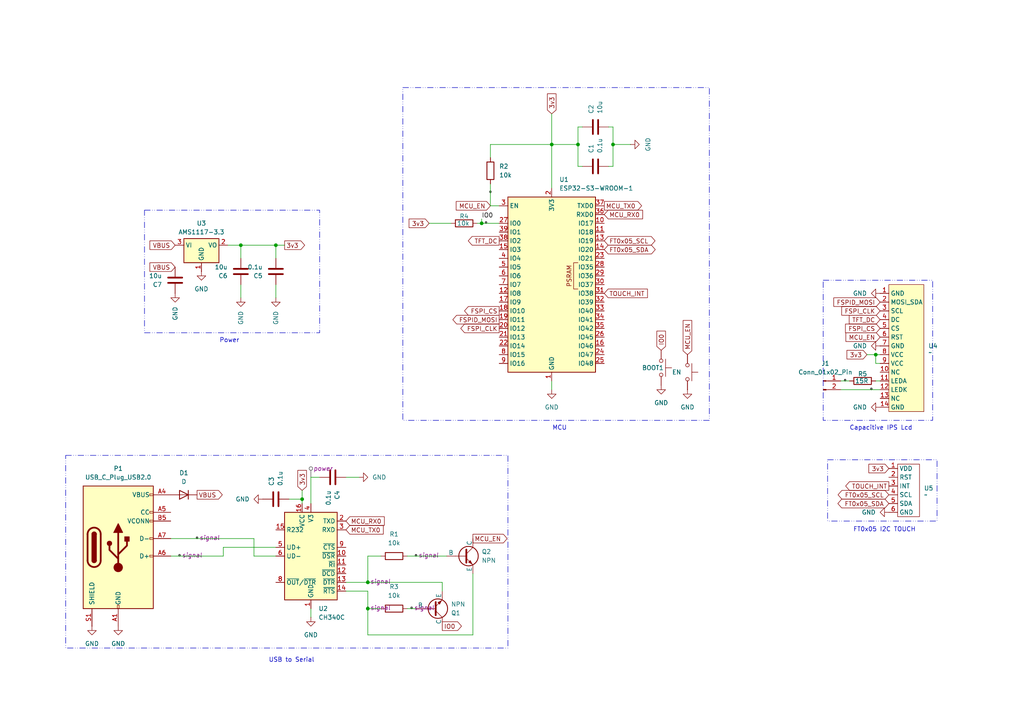
<source format=kicad_sch>
(kicad_sch (version 20231120) (generator "eeschema") (generator_version "8.0")
  (paper "A4")
  (title_block (title "esp32-ips-display") (date "2024-04-27") (rev "v0.1") (comment 9 "Author: Jubaid"))
  (lib_symbols
    (symbol "Connector:Conn_01x02_Pin" (pin_names (offset 1.016) hide)
      (property "Reference" "J" (at 0 2.54 0))
      (property "Value" "Conn_01x02_Pin" (at 0 -5.08 0))
      (symbol "Conn_01x02_Pin_1_1"
        (polyline (pts (xy 1.27 -2.54) (xy 0.8636 -2.54)) (stroke (width 0.1524)))
        (polyline (pts (xy 1.27 0) (xy 0.8636 0)) (stroke (width 0.1524)))
        (rectangle (start 0.8636 -2.413) (end 0 -2.667) (stroke (width 0.1524)) (fill (type outline)))
        (rectangle (start 0.8636 0.127) (end 0 -0.127) (stroke (width 0.1524)) (fill (type outline)))
        (pin passive line (at 5.08 0 180) (length 3.81) (name "Pin_1") (number "1"))
        (pin passive line (at 5.08 -2.54 180) (length 3.81) (name "Pin_2") (number "2"))
      )
    )
    (symbol "Connector:USB_C_Plug_USB2.0" (pin_names (offset 1.016))
      (property "Reference" "P" (at -10.16 19.05 0))
      (property "Value" "USB_C_Plug_USB2.0" (at 12.7 19.05 0))
      (symbol "USB_C_Plug_USB2.0_0_0"
        (rectangle (start -0.254 -17.78) (end 0.254 -16.764))
        (rectangle (start 10.16 -2.286) (end 9.144 -2.794))
        (rectangle (start 10.16 2.794) (end 9.144 2.286))
        (rectangle (start 10.16 7.874) (end 9.144 7.366))
        (rectangle (start 10.16 10.414) (end 9.144 9.906))
        (rectangle (start 10.16 15.494) (end 9.144 14.986))
      )
      (symbol "USB_C_Plug_USB2.0_0_1"
        (rectangle (start -10.16 17.78) (end 10.16 -17.78) (stroke (width 0.254)) (fill (type background)))
        (arc (start -8.89 -3.81) (mid -6.985 -5.7067) (end -5.08 -3.81) (stroke (width 0.508)))
        (arc (start -7.62 -3.81) (mid -6.985 -4.4423) (end -6.35 -3.81) (stroke (width 0.254)))
        (arc (start -7.62 -3.81) (mid -6.985 -4.4423) (end -6.35 -3.81) (stroke (width 0.254)) (fill (type outline)))
        (rectangle (start -7.62 -3.81) (end -6.35 3.81) (stroke (width 0.254)) (fill (type outline)))
        (arc (start -6.35 3.81) (mid -6.985 4.4423) (end -7.62 3.81) (stroke (width 0.254)))
        (arc (start -6.35 3.81) (mid -6.985 4.4423) (end -7.62 3.81) (stroke (width 0.254)) (fill (type outline)))
        (arc (start -5.08 3.81) (mid -6.985 5.7067) (end -8.89 3.81) (stroke (width 0.508)))
        (circle (center -2.54 1.143) (radius 0.635) (stroke (width 0.254)) (fill (type outline)))
        (circle (center 0 -5.842) (radius 1.27) (fill (type outline)))
        (polyline (pts (xy -8.89 -3.81) (xy -8.89 3.81)) (stroke (width 0.508)))
        (polyline (pts (xy -5.08 3.81) (xy -5.08 -3.81)) (stroke (width 0.508)))
        (polyline (pts (xy 0 -5.842) (xy 0 4.318)) (stroke (width 0.508)))
        (polyline (pts (xy 0 -3.302) (xy -2.54 -0.762) (xy -2.54 0.508)) (stroke (width 0.508)))
        (polyline (pts (xy 0 -2.032) (xy 2.54 0.508) (xy 2.54 1.778)) (stroke (width 0.508)))
        (polyline (pts (xy -1.27 4.318) (xy 0 6.858) (xy 1.27 4.318) (xy -1.27 4.318)) (stroke (width 0.254)) (fill (type outline)))
        (rectangle (start 1.905 1.778) (end 3.175 3.048) (stroke (width 0.254)) (fill (type outline)))
      )
      (symbol "USB_C_Plug_USB2.0_1_1"
        (pin passive line (at 0 -22.86 90) (length 5.08) (name "GND") (number "A1"))
        (pin passive line (at 0 -22.86 90) (length 5.08) hide (name "GND") (number "A12"))
        (pin passive line (at 15.24 15.24 180) (length 5.08) (name "VBUS") (number "A4"))
        (pin bidirectional line (at 15.24 10.16 180) (length 5.08) (name "CC") (number "A5"))
        (pin bidirectional line (at 15.24 -2.54 180) (length 5.08) (name "D+") (number "A6"))
        (pin bidirectional line (at 15.24 2.54 180) (length 5.08) (name "D-") (number "A7"))
        (pin passive line (at 15.24 15.24 180) (length 5.08) hide (name "VBUS") (number "A9"))
        (pin passive line (at 0 -22.86 90) (length 5.08) hide (name "GND") (number "B1"))
        (pin passive line (at 0 -22.86 90) (length 5.08) hide (name "GND") (number "B12"))
        (pin passive line (at 15.24 15.24 180) (length 5.08) hide (name "VBUS") (number "B4"))
        (pin bidirectional line (at 15.24 7.62 180) (length 5.08) (name "VCONN") (number "B5"))
        (pin passive line (at 15.24 15.24 180) (length 5.08) hide (name "VBUS") (number "B9"))
        (pin passive line (at -7.62 -22.86 90) (length 5.08) (name "SHIELD") (number "S1"))
      )
    )
    (symbol "Device:C" (pin_numbers hide) (pin_names (offset 0.254))
      (property "Reference" "C" (at 0.635 2.54 0))
      (property "Value" "C" (at 0.635 -2.54 0))
      (symbol "C_0_1"
        (polyline (pts (xy -2.032 -0.762) (xy 2.032 -0.762)) (stroke (width 0.508)))
        (polyline (pts (xy -2.032 0.762) (xy 2.032 0.762)) (stroke (width 0.508)))
      )
      (symbol "C_1_1"
        (pin passive line (at 0 3.81 270) (length 2.794) (name "~") (number "1"))
        (pin passive line (at 0 -3.81 90) (length 2.794) (name "~") (number "2"))
      )
    )
    (symbol "Device:D" (pin_numbers hide) (pin_names (offset 1.016) hide)
      (property "Reference" "D" (at 0 2.54 0))
      (property "Value" "D" (at 0 -2.54 0))
      (symbol "D_0_1"
        (polyline (pts (xy -1.27 1.27) (xy -1.27 -1.27)) (stroke (width 0.254)))
        (polyline (pts (xy 1.27 0) (xy -1.27 0)))
        (polyline (pts (xy 1.27 1.27) (xy 1.27 -1.27) (xy -1.27 0) (xy 1.27 1.27)) (stroke (width 0.254)))
      )
      (symbol "D_1_1"
        (pin passive line (at -3.81 0 0) (length 2.54) (name "K") (number "1"))
        (pin passive line (at 3.81 0 180) (length 2.54) (name "A") (number "2"))
      )
    )
    (symbol "Device:R" (pin_numbers hide) (pin_names (offset 0))
      (property "Reference" "R" (at 2.032 0 90))
      (property "Value" "R" (at 0 0 90))
      (symbol "R_0_1"
        (rectangle (start -1.016 -2.54) (end 1.016 2.54) (stroke (width 0.254)))
      )
      (symbol "R_1_1"
        (pin passive line (at 0 3.81 270) (length 1.27) (name "~") (number "1"))
        (pin passive line (at 0 -3.81 90) (length 1.27) (name "~") (number "2"))
      )
    )
    (symbol "Interface_USB:CH340C"
      (property "Reference" "U" (at -5.08 13.97 0))
      (property "Value" "CH340C" (at 1.27 13.97 0))
      (symbol "CH340C_0_1"
        (rectangle (start -7.62 12.7) (end 7.62 -12.7) (stroke (width 0.254)) (fill (type background)))
      )
      (symbol "CH340C_1_1"
        (pin power_in line (at 0 -15.24 90) (length 2.54) (name "GND") (number "1"))
        (pin input line (at 10.16 0 180) (length 2.54) (name "~{DSR}") (number "10"))
        (pin input line (at 10.16 -2.54 180) (length 2.54) (name "~{RI}") (number "11"))
        (pin input line (at 10.16 -5.08 180) (length 2.54) (name "~{DCD}") (number "12"))
        (pin output line (at 10.16 -7.62 180) (length 2.54) (name "~{DTR}") (number "13"))
        (pin output line (at 10.16 -10.16 180) (length 2.54) (name "~{RTS}") (number "14"))
        (pin input line (at -10.16 7.62 0) (length 2.54) (name "R232") (number "15"))
        (pin power_in line (at -2.54 15.24 270) (length 2.54) (name "VCC") (number "16"))
        (pin output line (at 10.16 10.16 180) (length 2.54) (name "TXD") (number "2"))
        (pin input line (at 10.16 7.62 180) (length 2.54) (name "RXD") (number "3"))
        (pin power_out line (at 0 15.24 270) (length 2.54) (name "V3") (number "4"))
        (pin bidirectional line (at -10.16 2.54 0) (length 2.54) (name "UD+") (number "5"))
        (pin bidirectional line (at -10.16 0 0) (length 2.54) (name "UD-") (number "6"))
        (pin no_connect line (at -7.62 -5.08 0) (length 2.54) hide (name "NC") (number "7"))
        (pin output line (at -10.16 -7.62 0) (length 2.54) (name "~{OUT}/~{DTR}") (number "8"))
        (pin input line (at 10.16 2.54 180) (length 2.54) (name "~{CTS}") (number "9"))
      )
    )
    (symbol "RF_Module:ESP32-S3-WROOM-1"
      (property "Reference" "U" (at -12.7 26.67 0))
      (property "Value" "ESP32-S3-WROOM-1" (at 12.7 26.67 0))
      (symbol "ESP32-S3-WROOM-1_0_0"
        (rectangle (start -12.7 25.4) (end 12.7 -25.4) (stroke (width 0.254)) (fill (type background)))
        (text "PSRAM" (at 5.08 2.54 900) (effects (font (size 1.27 1.27))))
      )
      (symbol "ESP32-S3-WROOM-1_0_1"
        (polyline (pts (xy 7.62 -1.27) (xy 6.35 -1.27) (xy 6.35 6.35) (xy 7.62 6.35)))
      )
      (symbol "ESP32-S3-WROOM-1_1_1"
        (pin power_in line (at 0 -27.94 90) (length 2.54) (name "GND") (number "1"))
        (pin bidirectional line (at 15.24 17.78 180) (length 2.54) (name "IO17") (number "10"))
        (pin bidirectional line (at 15.24 15.24 180) (length 2.54) (name "IO18") (number "11"))
        (pin bidirectional line (at -15.24 -2.54 0) (length 2.54) (name "IO8") (number "12"))
        (pin bidirectional line (at 15.24 12.7 180) (length 2.54) (name "IO19") (number "13"))
        (pin bidirectional line (at 15.24 10.16 180) (length 2.54) (name "IO20") (number "14"))
        (pin bidirectional line (at -15.24 10.16 0) (length 2.54) (name "IO3") (number "15"))
        (pin bidirectional line (at 15.24 -17.78 180) (length 2.54) (name "IO46") (number "16"))
        (pin bidirectional line (at -15.24 -5.08 0) (length 2.54) (name "IO9") (number "17"))
        (pin bidirectional line (at -15.24 -7.62 0) (length 2.54) (name "IO10") (number "18"))
        (pin bidirectional line (at -15.24 -10.16 0) (length 2.54) (name "IO11") (number "19"))
        (pin power_in line (at 0 27.94 270) (length 2.54) (name "3V3") (number "2"))
        (pin bidirectional line (at -15.24 -12.7 0) (length 2.54) (name "IO12") (number "20"))
        (pin bidirectional line (at -15.24 -15.24 0) (length 2.54) (name "IO13") (number "21"))
        (pin bidirectional line (at -15.24 -17.78 0) (length 2.54) (name "IO14") (number "22"))
        (pin bidirectional line (at 15.24 7.62 180) (length 2.54) (name "IO21") (number "23"))
        (pin bidirectional line (at 15.24 -20.32 180) (length 2.54) (name "IO47") (number "24"))
        (pin bidirectional line (at 15.24 -22.86 180) (length 2.54) (name "IO48") (number "25"))
        (pin bidirectional line (at 15.24 -15.24 180) (length 2.54) (name "IO45") (number "26"))
        (pin bidirectional line (at -15.24 17.78 0) (length 2.54) (name "IO0") (number "27"))
        (pin bidirectional line (at 15.24 5.08 180) (length 2.54) (name "IO35") (number "28"))
        (pin bidirectional line (at 15.24 2.54 180) (length 2.54) (name "IO36") (number "29"))
        (pin input line (at -15.24 22.86 0) (length 2.54) (name "EN") (number "3"))
        (pin bidirectional line (at 15.24 0 180) (length 2.54) (name "IO37") (number "30"))
        (pin bidirectional line (at 15.24 -2.54 180) (length 2.54) (name "IO38") (number "31"))
        (pin bidirectional line (at 15.24 -5.08 180) (length 2.54) (name "IO39") (number "32"))
        (pin bidirectional line (at 15.24 -7.62 180) (length 2.54) (name "IO40") (number "33"))
        (pin bidirectional line (at 15.24 -10.16 180) (length 2.54) (name "IO41") (number "34"))
        (pin bidirectional line (at 15.24 -12.7 180) (length 2.54) (name "IO42") (number "35"))
        (pin bidirectional line (at 15.24 20.32 180) (length 2.54) (name "RXD0") (number "36"))
        (pin bidirectional line (at 15.24 22.86 180) (length 2.54) (name "TXD0") (number "37"))
        (pin bidirectional line (at -15.24 12.7 0) (length 2.54) (name "IO2") (number "38"))
        (pin bidirectional line (at -15.24 15.24 0) (length 2.54) (name "IO1") (number "39"))
        (pin bidirectional line (at -15.24 7.62 0) (length 2.54) (name "IO4") (number "4"))
        (pin passive line (at 0 -27.94 90) (length 2.54) hide (name "GND") (number "40"))
        (pin passive line (at 0 -27.94 90) (length 2.54) hide (name "GND") (number "41"))
        (pin bidirectional line (at -15.24 5.08 0) (length 2.54) (name "IO5") (number "5"))
        (pin bidirectional line (at -15.24 2.54 0) (length 2.54) (name "IO6") (number "6"))
        (pin bidirectional line (at -15.24 0 0) (length 2.54) (name "IO7") (number "7"))
        (pin bidirectional line (at -15.24 -20.32 0) (length 2.54) (name "IO15") (number "8"))
        (pin bidirectional line (at -15.24 -22.86 0) (length 2.54) (name "IO16") (number "9"))
      )
    )
    (symbol "Regulator_Linear:AMS1117-3.3"
      (property "Reference" "U" (at -3.81 3.175 0))
      (property "Value" "AMS1117-3.3" (at 0 3.175 0))
      (symbol "AMS1117-3.3_0_1"
        (rectangle (start -5.08 -5.08) (end 5.08 1.905) (stroke (width 0.254)) (fill (type background)))
      )
      (symbol "AMS1117-3.3_1_1"
        (pin power_in line (at 0 -7.62 90) (length 2.54) (name "GND") (number "1"))
        (pin power_out line (at 7.62 0 180) (length 2.54) (name "VO") (number "2"))
        (pin power_in line (at -7.62 0 0) (length 2.54) (name "VI") (number "3"))
      )
    )
    (symbol "Simulation_SPICE:NPN" (pin_numbers hide) (pin_names (offset 0))
      (property "Reference" "Q" (at -2.54 7.62 0))
      (property "Value" "NPN" (at -2.54 5.08 0))
      (symbol "NPN_0_1"
        (polyline (pts (xy -2.54 0) (xy 0.635 0)) (stroke (width 0.1524)))
        (polyline (pts (xy 0.635 0.635) (xy 2.54 2.54)))
        (polyline (pts (xy 2.794 -1.27) (xy 2.794 -1.27)) (stroke (width 0.1524)))
        (polyline (pts (xy 2.794 -1.27) (xy 2.794 -1.27)) (stroke (width 0.1524)))
        (polyline (pts (xy 0.635 -0.635) (xy 2.54 -2.54) (xy 2.54 -2.54)))
        (polyline (pts (xy 0.635 1.905) (xy 0.635 -1.905) (xy 0.635 -1.905)) (stroke (width 0.508)))
        (polyline (pts (xy 1.27 -1.778) (xy 1.778 -1.27) (xy 2.286 -2.286) (xy 1.27 -1.778) (xy 1.27 -1.778)) (fill (type outline)))
        (circle (center 1.27 0) (radius 2.8194) (stroke (width 0.254)))
      )
      (symbol "NPN_1_1"
        (pin open_collector line (at 2.54 5.08 270) (length 2.54) (name "C") (number "1"))
        (pin input line (at -5.08 0 0) (length 2.54) (name "B") (number "2"))
        (pin open_emitter line (at 2.54 -5.08 90) (length 2.54) (name "E") (number "3"))
      )
    )
    (symbol "Switch:SW_Push" (pin_numbers hide) (pin_names (offset 1.016) hide)
      (property "Reference" "SW" (at 1.27 2.54 0))
      (property "Value" "SW_Push" (at 0 -1.524 0))
      (symbol "SW_Push_0_1"
        (circle (center -2.032 0) (radius 0.508))
        (polyline (pts (xy 0 1.27) (xy 0 3.048)))
        (polyline (pts (xy 2.54 1.27) (xy -2.54 1.27)))
        (circle (center 2.032 0) (radius 0.508))
        (pin passive line (at -5.08 0 0) (length 2.54) (name "1") (number "1"))
        (pin passive line (at 5.08 0 180) (length 2.54) (name "2") (number "2"))
      )
    )
    (symbol "ips_lcd_14pin:fpc_14_0.5"
      (property "Reference" "U" (at 1.27 -18.796 0))
      (symbol "fpc_14_0.5_1_1"
        (rectangle (start 0 19.05) (end 10.16 -17.78) (fill (type background)))
        (pin input line (at -2.54 16.51 0) (length 2.54) (name "GND") (number "1"))
        (pin input line (at -2.54 -6.35 0) (length 2.54) (name "NC") (number "10"))
        (pin input line (at -2.54 -8.89 0) (length 2.54) (name "LEDA") (number "11"))
        (pin input line (at -2.54 -11.43 0) (length 2.54) (name "LEDK") (number "12"))
        (pin input line (at -2.54 -13.97 0) (length 2.54) (name "NC") (number "13"))
        (pin input line (at -2.54 -16.51 0) (length 2.54) (name "GND") (number "14"))
        (pin input line (at -2.54 13.97 0) (length 2.54) (name "MOSI_SDA") (number "2"))
        (pin input line (at -2.54 11.43 0) (length 2.54) (name "SCL") (number "3"))
        (pin input line (at -2.54 8.89 0) (length 2.54) (name "DC") (number "4"))
        (pin input line (at -2.54 6.35 0) (length 2.54) (name "CS") (number "5"))
        (pin input line (at -2.54 3.81 0) (length 2.54) (name "RST") (number "6"))
        (pin input line (at -2.54 1.27 0) (length 2.54) (name "GND") (number "7"))
        (pin input line (at -2.54 -1.27 0) (length 2.54) (name "VCC") (number "8"))
        (pin input line (at -2.54 -3.81 0) (length 2.54) (name "VCC") (number "9"))
      )
    )
    (symbol "ips_lcd_14pin:ft0x05_touch"
      (property "Reference" "U" (at 3.048 -8.636 0))
      (symbol "ft0x05_touch_0_1"
        (rectangle (start 0 7.62) (end 6.35 -7.62))
      )
      (symbol "ft0x05_touch_1_1"
        (pin power_in line (at -2.54 6.35 0) (length 2.54) (name "VDD") (number "1"))
        (pin input line (at -2.54 3.81 0) (length 2.54) (name "RST") (number "2"))
        (pin output line (at -2.54 1.27 0) (length 2.54) (name "INT") (number "3"))
        (pin bidirectional line (at -2.54 -1.27 0) (length 2.54) (name "SCL") (number "4"))
        (pin bidirectional line (at -2.54 -3.81 0) (length 2.54) (name "SDA") (number "5"))
        (pin power_in line (at -2.54 -6.35 0) (length 2.54) (name "GND") (number "6"))
      )
    )
    (symbol "power:GND" (power) (pin_numbers hide) (pin_names (offset 0) hide)
      (property "Value" "GND" (at 0 -3.81 0))
      (symbol "GND_0_1"
        (polyline (pts (xy 0 0) (xy 0 -1.27) (xy 1.27 -1.27) (xy 0 -2.54) (xy -1.27 -1.27) (xy 0 -1.27)))
      )
      (symbol "GND_1_1"
        (pin power_in line (at 0 0 270) (length 0) (name "~") (number "1"))
      )
    )
  )
  (junction (at 87.63 144.78))
  (junction (at 139.7 64.77))
  (junction (at 254 102.87))
  (junction (at 106.68 168.91))
  (junction (at 167.64 41.91))
  (junction (at 160.02 41.91))
  (junction (at 177.8 41.91))
  (junction (at 69.85 71.12))
  (junction (at 106.68 176.53))
  (junction (at 80.01 71.12))
  (wire (pts (xy 160.02 110.49) (xy 160.02 113.03)))
  (wire (pts (xy 167.64 41.91) (xy 167.64 36.83)))
  (wire (pts (xy 243.84 113.03) (xy 255.27 113.03)))
  (wire (pts (xy 177.8 41.91) (xy 182.88 41.91)))
  (wire (pts (xy 142.24 59.69) (xy 144.78 59.69)))
  (wire (pts (xy 106.68 184.15) (xy 106.68 176.53)))
  (wire (pts (xy 90.17 146.05) (xy 90.17 138.43)))
  (wire (pts (xy 106.68 176.53) (xy 106.68 171.45)))
  (wire (pts (xy 110.49 176.53) (xy 106.68 176.53)))
  (wire (pts (xy 254 105.41) (xy 254 102.87)))
  (wire (pts (xy 167.64 36.83) (xy 168.91 36.83)))
  (wire (pts (xy 128.27 171.45) (xy 128.27 168.91)))
  (wire (pts (xy 254 110.49) (xy 255.27 110.49)))
  (wire (pts (xy 73.66 161.29) (xy 80.01 161.29)))
  (wire (pts (xy 90.17 176.53) (xy 90.17 179.07)))
  (wire (pts (xy 49.53 156.21) (xy 73.66 156.21)))
  (wire (pts (xy 104.14 138.43) (xy 100.33 138.43)))
  (wire (pts (xy 66.04 71.12) (xy 69.85 71.12)))
  (wire (pts (xy 177.8 41.91) (xy 177.8 36.83)))
  (wire (pts (xy 106.68 171.45) (xy 100.33 171.45)))
  (wire (pts (xy 142.24 45.72) (xy 142.24 41.91)))
  (wire (pts (xy 176.53 48.26) (xy 177.8 48.26)))
  (wire (pts (xy 142.24 53.34) (xy 142.24 59.69)))
  (wire (pts (xy 137.16 166.37) (xy 137.16 184.15)))
  (wire (pts (xy 137.16 184.15) (xy 106.68 184.15)))
  (wire (pts (xy 80.01 86.36) (xy 80.01 82.55)))
  (wire (pts (xy 160.02 41.91) (xy 167.64 41.91)))
  (wire (pts (xy 69.85 86.36) (xy 69.85 82.55)))
  (wire (pts (xy 49.53 161.29) (xy 64.77 161.29)))
  (wire (pts (xy 124.46 64.77) (xy 130.81 64.77)))
  (wire (pts (xy 255.27 105.41) (xy 254 105.41)))
  (wire (pts (xy 64.77 161.29) (xy 64.77 158.75)))
  (wire (pts (xy 106.68 161.29) (xy 110.49 161.29)))
  (wire (pts (xy 80.01 71.12) (xy 80.01 74.93)))
  (wire (pts (xy 106.68 161.29) (xy 106.68 168.91)))
  (wire (pts (xy 168.91 48.26) (xy 167.64 48.26)))
  (wire (pts (xy 73.66 156.21) (xy 73.66 161.29)))
  (wire (pts (xy 142.24 41.91) (xy 160.02 41.91)))
  (wire (pts (xy 243.84 110.49) (xy 246.38 110.49)))
  (wire (pts (xy 177.8 48.26) (xy 177.8 41.91)))
  (wire (pts (xy 128.27 168.91) (xy 106.68 168.91)))
  (wire (pts (xy 138.43 64.77) (xy 139.7 64.77)))
  (wire (pts (xy 167.64 48.26) (xy 167.64 41.91)))
  (wire (pts (xy 83.82 144.78) (xy 87.63 144.78)))
  (wire (pts (xy 160.02 41.91) (xy 160.02 54.61)))
  (wire (pts (xy 139.7 64.77) (xy 144.78 64.77)))
  (wire (pts (xy 90.17 138.43) (xy 92.71 138.43)))
  (wire (pts (xy 87.63 144.78) (xy 87.63 146.05)))
  (wire (pts (xy 176.53 36.83) (xy 177.8 36.83)))
  (wire (pts (xy 69.85 71.12) (xy 69.85 74.93)))
  (wire (pts (xy 69.85 71.12) (xy 80.01 71.12)))
  (wire (pts (xy 80.01 71.12) (xy 82.55 71.12)))
  (wire (pts (xy 106.68 168.91) (xy 100.33 168.91)))
  (wire (pts (xy 139.7 63.5) (xy 139.7 64.77)))
  (wire (pts (xy 254 102.87) (xy 255.27 102.87)))
  (wire (pts (xy 118.11 161.29) (xy 129.54 161.29)))
  (wire (pts (xy 64.77 158.75) (xy 80.01 158.75)))
  (wire (pts (xy 87.63 142.24) (xy 87.63 144.78)))
  (wire (pts (xy 160.02 33.02) (xy 160.02 41.91)))
  (wire (pts (xy 251.46 102.87) (xy 254 102.87)))
  (wire (pts (xy 118.11 176.53) (xy 120.65 176.53)))
  (rectangle (start 238.76 81.28) (end 270.51 121.92) (stroke (width 0) (type dash_dot_dot)))
  (rectangle (start 41.91 60.96) (end 92.71 96.52) (stroke (width 0) (type dash_dot_dot)))
  (rectangle (start 19.05 132.08) (end 147.32 187.96) (stroke (width 0) (type dash_dot_dot)))
  (rectangle (start 240.03 133.35) (end 271.78 151.13) (stroke (width 0) (type dash_dot_dot)))
  (rectangle (start 116.84 25.4) (end 205.74 121.92) (stroke (width 0) (type dash_dot_dot)))
  (text "Power" (at 66.548 98.806 0) (effects (font (size 1.27 1.27))))
  (text "MCU" (at 162.306 124.206 0) (effects (font (size 1.27 1.27))))
  (text "USB to Serial" (at 84.582 191.516 0) (effects (font (size 1.27 1.27))))
  (text "FT0x05 I2C TOUCH" (at 256.54 153.67 0) (effects (font (size 1.27 1.27))))
  (text "Capacitive IPS Lcd" (at 255.524 124.206 0) (effects (font (size 1.27 1.27))))
  (label "IO0" (at 139.7 63.5 0))
  (global_label "VBUS" (shape input) (at 50.8 77.47 180) (property "Intersheetrefs" "${INTERSHEET_REFS}" (effects (hide yes))))
  (global_label "VBUS" (shape output) (at 57.15 143.51 0) (property "Intersheetrefs" "${INTERSHEET_REFS}" (effects (hide yes))))
  (global_label "TFT_DC" (shape output) (at 144.78 69.85 180) (property "Intersheetrefs" "${INTERSHEET_REFS}" (effects (hide yes))))
  (global_label "FSPI_CLK" (shape output) (at 144.78 95.25 180) (property "Intersheetrefs" "${INTERSHEET_REFS}" (effects (hide yes))))
  (global_label "3v3" (shape input) (at 251.46 102.87 180) (property "Intersheetrefs" "${INTERSHEET_REFS}" (effects (hide yes))))
  (global_label "3v3" (shape input) (at 87.63 142.24 90) (property "Intersheetrefs" "${INTERSHEET_REFS}" (effects (hide yes))))
  (global_label "FT0x05_SCL" (shape bidirectional) (at 175.26 69.85 0) (property "Intersheetrefs" "${INTERSHEET_REFS}" (effects (hide yes))))
  (global_label "FSPI_CS" (shape input) (at 255.27 95.25 180) (property "Intersheetrefs" "${INTERSHEET_REFS}" (effects (hide yes))))
  (global_label "FSPI_CS" (shape output) (at 144.78 90.17 180) (property "Intersheetrefs" "${INTERSHEET_REFS}" (effects (hide yes))))
  (global_label "FT0x05_SDA" (shape bidirectional) (at 257.81 146.05 180) (property "Intersheetrefs" "${INTERSHEET_REFS}" (effects (hide yes))))
  (global_label "MCU_EN" (shape output) (at 137.16 156.21 0) (property "Intersheetrefs" "${INTERSHEET_REFS}" (effects (hide yes))))
  (global_label "MCU_RX0" (shape input) (at 175.26 62.23 0) (property "Intersheetrefs" "${INTERSHEET_REFS}" (effects (hide yes))))
  (global_label "3v3" (shape input) (at 160.02 33.02 90) (property "Intersheetrefs" "${INTERSHEET_REFS}" (effects (hide yes))))
  (global_label "MCU_EN" (shape input) (at 255.27 97.79 180) (property "Intersheetrefs" "${INTERSHEET_REFS}" (effects (hide yes))))
  (global_label "VBUS" (shape input) (at 50.8 71.12 180) (property "Intersheetrefs" "${INTERSHEET_REFS}" (effects (hide yes))))
  (global_label "3v3" (shape input) (at 124.46 64.77 180) (property "Intersheetrefs" "${INTERSHEET_REFS}" (effects (hide yes))))
  (global_label "TOUCH_INT" (shape input) (at 175.26 85.09 0) (property "Intersheetrefs" "${INTERSHEET_REFS}" (effects (hide yes))))
  (global_label "FSPI_CLK" (shape input) (at 255.27 90.17 180) (property "Intersheetrefs" "${INTERSHEET_REFS}" (effects (hide yes))))
  (global_label "3v3" (shape input) (at 257.81 135.89 180) (property "Intersheetrefs" "${INTERSHEET_REFS}" (effects (hide yes))))
  (global_label "IO0" (shape output) (at 128.27 181.61 0) (property "Intersheetrefs" "${INTERSHEET_REFS}" (effects (hide yes))))
  (global_label "MCU_RX0" (shape input) (at 100.33 151.13 0) (property "Intersheetrefs" "${INTERSHEET_REFS}" (effects (hide yes))))
  (global_label "FSPID_MOSI" (shape input) (at 255.27 87.63 180) (property "Intersheetrefs" "${INTERSHEET_REFS}" (effects (hide yes))))
  (global_label "MCU_TX0" (shape input) (at 100.33 153.67 0) (property "Intersheetrefs" "${INTERSHEET_REFS}" (effects (hide yes))))
  (global_label "IO0" (shape input) (at 191.77 101.6 90) (property "Intersheetrefs" "${INTERSHEET_REFS}" (effects (hide yes))))
  (global_label "FT0x05_SDA" (shape bidirectional) (at 175.26 72.39 0) (property "Intersheetrefs" "${INTERSHEET_REFS}" (effects (hide yes))))
  (global_label "FSPID_MOSI" (shape output) (at 144.78 92.71 180) (property "Intersheetrefs" "${INTERSHEET_REFS}" (effects (hide yes))))
  (global_label "TFT_DC" (shape input) (at 255.27 92.71 180) (property "Intersheetrefs" "${INTERSHEET_REFS}" (effects (hide yes))))
  (global_label "3v3" (shape output) (at 82.55 71.12 0) (property "Intersheetrefs" "${INTERSHEET_REFS}" (effects (hide yes))))
  (global_label "MCU_EN" (shape input) (at 142.24 59.69 180) (property "Intersheetrefs" "${INTERSHEET_REFS}" (effects (hide yes))))
  (global_label "TOUCH_INT" (shape output) (at 257.81 140.97 180) (property "Intersheetrefs" "${INTERSHEET_REFS}" (effects (hide yes))))
  (global_label "MCU_EN" (shape input) (at 199.39 102.87 90) (property "Intersheetrefs" "${INTERSHEET_REFS}" (effects (hide yes))))
  (global_label "MCU_TX0" (shape output) (at 175.26 59.69 0) (property "Intersheetrefs" "${INTERSHEET_REFS}" (effects (hide yes))))
  (global_label "FT0x05_SCL" (shape bidirectional) (at 257.81 143.51 180) (property "Intersheetrefs" "${INTERSHEET_REFS}" (effects (hide yes))))
  (netclass_flag "" (length 0.254) (shape dot) (at 140.97 64.77 0) (property "Netclass" "signal" (effects (hide yes))))
  (netclass_flag "" (length 0.254) (shape dot) (at 119.38 176.53 0) (property "Netclass" "signal" (at 120.0785 176.276 0) (effects (font (italic yes)) (justify left))))
  (netclass_flag "" (length 0.254) (shape dot) (at 106.68 176.53 0) (property "Netclass" "signal" (at 107.3785 176.276 0) (effects (font (italic yes)) (justify left))))
  (netclass_flag "" (length 0.254) (shape dot) (at 142.24 55.88 0) (property "Netclass" "signal" (effects (hide yes))))
  (netclass_flag "" (length 0.254) (shape dot) (at 52.07 161.29 0) (property "Netclass" "signal" (at 52.7685 161.036 0) (effects (font (italic yes)) (justify left))))
  (netclass_flag "" (length 0.254) (shape dot) (at 57.15 156.21 0) (property "Netclass" "signal" (at 57.8485 155.956 0) (effects (font (italic yes)) (justify left))))
  (netclass_flag "" (length 0.254) (shape dot) (at 120.65 161.29 0) (property "Netclass" "signal" (at 121.3485 161.036 0) (effects (font (italic yes)) (justify left))))
  (netclass_flag "" (length 0.254) (shape dot) (at 252.73 113.03 0) (property "Netclass" "power" (effects (hide yes))))
  (netclass_flag "" (length 2.54) (shape round) (at 90.17 138.43 0) (property "Netclass" "power" (at 90.8685 135.89 0) (effects (font (italic yes)) (justify left))))
  (netclass_flag "" (length 0.254) (shape dot) (at 245.11 110.49 0) (property "Netclass" "power" (effects (hide yes))))
  (netclass_flag "" (length 0.254) (shape dot) (at 106.68 168.91 0) (property "Netclass" "signal" (at 107.3785 168.656 0) (effects (font (italic yes)) (justify left))))
  (symbol (lib_id "Connector:USB_C_Plug_USB2.0") (at 34.29 158.75 0) (unit 1)
    (property "Reference" "P1" (at 34.29 135.89 0))
    (property "Value" "USB_C_Plug_USB2.0" (at 34.29 138.43 0))
    (property "Footprint" "Connector_USB:USB_C_Receptacle_GCT_USB4110" (effects (hide yes)))
    (property "Datasheet" "https://www.usb.org/sites/default/files/documents/usb_type-c.zip" (effects (hide yes)))
    (property "Description" "USB 2.0-only Type-C Plug connector" (effects (hide yes)))
  )
  (symbol (lib_id "Device:C") (at 80.01 144.78 90) (unit 1)
    (property "Reference" "C3" (at 78.7399 140.97 0) (effects (justify left)))
    (property "Value" "0.1u" (at 81.2799 140.97 0) (effects (justify left)))
    (property "Footprint" "Capacitor_SMD:C_0805_2012Metric" (effects (hide yes)))
    (property "Description" "Unpolarized capacitor" (effects (hide yes)))
  )
  (symbol (lib_id "Device:R") (at 114.3 161.29 90) (unit 1)
    (property "Reference" "R1" (at 114.3 154.94 90))
    (property "Value" "10k" (at 114.3 157.48 90))
    (property "Footprint" "Resistor_SMD:R_0805_2012Metric_Pad1.20x1.40mm_HandSolder" (effects (hide yes)))
    (property "Description" "Resistor" (effects (hide yes)))
  )
  (symbol (lib_id "Device:C") (at 172.72 48.26 90) (unit 1)
    (property "Reference" "C1" (at 171.4499 44.45 0) (effects (justify left)))
    (property "Value" "0.1u" (at 173.9899 44.45 0) (effects (justify left)))
    (property "Footprint" "Capacitor_SMD:C_0805_2012Metric" (effects (hide yes)))
    (property "Description" "Unpolarized capacitor" (effects (hide yes)))
  )
  (symbol (lib_id "Device:D") (at 53.34 143.51 180) (unit 1)
    (property "Reference" "D1" (at 53.34 137.16 0))
    (property "Value" "D" (at 53.34 139.7 0))
    (property "Footprint" "Diode_SMD:D_0805_2012Metric" (effects (hide yes)))
    (property "Description" "Diode" (effects (hide yes)))
    (property "Sim.Device" "D" (effects (hide yes)))
    (property "Sim.Pins" "1=K 2=A" (effects (hide yes)))
  )
  (symbol (lib_id "Simulation_SPICE:NPN") (at 134.62 161.29 0) (unit 1)
    (property "Reference" "Q2" (at 139.7 160.0199 0) (effects (justify left)))
    (property "Value" "NPN" (at 139.7 162.5599 0) (effects (justify left)))
    (property "Footprint" "Package_TO_SOT_SMD:SOT-1123" (effects (hide yes)))
    (property "Datasheet" "https://ngspice.sourceforge.io/docs/ngspice-html-manual/manual.xhtml#cha_BJTs" (effects (hide yes)))
    (property "Description" "Bipolar transistor symbol for simulation only, substrate tied to the emitter" (effects (hide yes)))
    (property "Sim.Device" "NPN" (effects (hide yes)))
    (property "Sim.Type" "GUMMELPOON" (effects (hide yes)))
    (property "Sim.Pins" "1=C 2=B 3=E" (effects (hide yes)))
  )
  (symbol (lib_id "power:GND") (at 26.67 181.61 0) (unit 1)
    (property "Reference" "#PWR09" (effects (hide yes)))
    (property "Value" "GND" (at 26.67 186.69 0))
    (property "Description" "Power symbol creates a global label with name \"GND\" , ground" (effects (hide yes)))
  )
  (symbol (lib_id "Device:R") (at 114.3 176.53 270) (unit 1)
    (property "Reference" "R3" (at 114.3 170.18 90))
    (property "Value" "10k" (at 114.3 172.72 90))
    (property "Footprint" "Resistor_SMD:R_0805_2012Metric" (effects (hide yes)))
    (property "Description" "Resistor" (effects (hide yes)))
  )
  (symbol (lib_id "Device:C") (at 172.72 36.83 90) (unit 1)
    (property "Reference" "C2" (at 171.4499 33.02 0) (effects (justify left)))
    (property "Value" "10u" (at 173.9899 33.02 0) (effects (justify left)))
    (property "Footprint" "Capacitor_SMD:C_0805_2012Metric" (effects (hide yes)))
    (property "Description" "Unpolarized capacitor" (effects (hide yes)))
  )
  (symbol (lib_id "power:GND") (at 76.2 144.78 270) (unit 1)
    (property "Reference" "#PWR02" (effects (hide yes)))
    (property "Value" "GND" (at 72.39 144.7799 90) (effects (justify right)))
    (property "Description" "Power symbol creates a global label with name \"GND\" , ground" (effects (hide yes)))
  )
  (symbol (lib_id "Switch:SW_Push") (at 191.77 106.68 270) (unit 1)
    (property "Reference" "BOOT1" (at 186.182 106.68 90) (effects (justify left)))
    (property "Value" "BOOT" (effects (hide yes)))
    (property "Footprint" "Button_Switch_SMD:SW_Push_1P1T_NO_CK_KMR2" (effects (hide yes)))
    (property "Description" "Push button switch, generic, two pins" (effects (hide yes)))
  )
  (symbol (lib_id "power:GND") (at 90.17 179.07 0) (unit 1)
    (property "Reference" "#PWR05" (effects (hide yes)))
    (property "Value" "GND" (at 90.17 184.15 0))
    (property "Description" "Power symbol creates a global label with name \"GND\" , ground" (effects (hide yes)))
  )
  (symbol (lib_id "power:GND") (at 58.42 78.74 0) (unit 1)
    (property "Reference" "#PWR07" (effects (hide yes)))
    (property "Value" "GND" (at 58.42 83.82 0))
    (property "Description" "Power symbol creates a global label with name \"GND\" , ground" (effects (hide yes)))
  )
  (symbol (lib_id "power:GND") (at 69.85 86.36 0) (unit 1)
    (property "Reference" "#PWR011" (effects (hide yes)))
    (property "Value" "GND" (at 69.8499 90.17 90) (effects (justify right)))
    (property "Description" "Power symbol creates a global label with name \"GND\" , ground" (effects (hide yes)))
  )
  (symbol (lib_id "Switch:SW_Push") (at 199.39 107.95 270) (unit 1)
    (property "Reference" "EN1" (effects (hide yes)))
    (property "Value" "EN" (at 197.612 107.95 90) (effects (justify right)))
    (property "Footprint" "Button_Switch_SMD:SW_Push_1P1T_NO_CK_KMR2" (effects (hide yes)))
    (property "Description" "Push button switch, generic, two pins" (effects (hide yes)))
  )
  (symbol (lib_id "Device:C") (at 69.85 78.74 180) (unit 1)
    (property "Reference" "C6" (at 66.04 80.0101 0) (effects (justify left)))
    (property "Value" "10u" (at 66.04 77.4701 0) (effects (justify left)))
    (property "Footprint" "Capacitor_SMD:C_0805_2012Metric" (effects (hide yes)))
    (property "Description" "Unpolarized capacitor" (effects (hide yes)))
  )
  (symbol (lib_id "Device:R") (at 134.62 64.77 270) (unit 1)
    (property "Reference" "R4" (at 134.62 62.738 90))
    (property "Value" "10k" (at 134.366 64.77 90))
    (property "Footprint" "Resistor_SMD:R_0805_2012Metric" (effects (hide yes)))
    (property "Description" "Resistor" (effects (hide yes)))
  )
  (symbol (lib_id "power:GND") (at 257.81 148.59 270) (unit 1)
    (property "Reference" "#PWR017" (effects (hide yes)))
    (property "Value" "GND" (at 254 148.5899 90) (effects (justify right)))
    (property "Description" "Power symbol creates a global label with name \"GND\" , ground" (effects (hide yes)))
  )
  (symbol (lib_id "power:GND") (at 255.27 100.33 270) (unit 1)
    (property "Reference" "#PWR015" (effects (hide yes)))
    (property "Value" "GND" (at 251.46 100.3299 90) (effects (justify right)))
    (property "Description" "Power symbol creates a global label with name \"GND\" , ground" (effects (hide yes)))
  )
  (symbol (lib_id "Device:R") (at 250.19 110.49 270) (unit 1)
    (property "Reference" "R5" (at 250.19 108.458 90))
    (property "Value" "15R" (at 249.936 110.49 90))
    (property "Footprint" "Resistor_SMD:R_0805_2012Metric" (effects (hide yes)))
    (property "Description" "Resistor" (effects (hide yes)))
  )
  (symbol (lib_id "Device:C") (at 96.52 138.43 270) (unit 1)
    (property "Reference" "C4" (at 97.7901 142.24 0) (effects (justify left)))
    (property "Value" "0.1u" (at 95.2501 142.24 0) (effects (justify left)))
    (property "Footprint" "Capacitor_SMD:C_0805_2012Metric" (effects (hide yes)))
    (property "Description" "Unpolarized capacitor" (effects (hide yes)))
  )
  (symbol (lib_id "Regulator_Linear:AMS1117-3.3") (at 58.42 71.12 0) (unit 1)
    (property "Reference" "U3" (at 58.42 64.77 0))
    (property "Value" "AMS1117-3.3" (at 58.42 67.31 0))
    (property "Footprint" "Package_TO_SOT_SMD:SOT-223-3_TabPin2" (effects (hide yes)))
    (property "Datasheet" "http://www.advanced-monolithic.com/pdf/ds1117.pdf" (effects (hide yes)))
    (property "Description" "1A Low Dropout regulator, positive, 3.3V fixed output, SOT-223" (effects (hide yes)))
  )
  (symbol (lib_id "ips_lcd_14pin:fpc_14_0.5") (at 257.81 101.6 0) (unit 1)
    (property "Reference" "U4" (at 269.24 100.3299 0) (effects (justify left)))
    (property "Value" "~" (at 269.24 102.235 0) (effects (justify left)))
    (property "Footprint" "ips_lcd_14_pin:fpc_14_0.5" (effects (hide yes)))
  )
  (symbol (lib_id "power:GND") (at 104.14 138.43 90) (unit 1)
    (property "Reference" "#PWR06" (effects (hide yes)))
    (property "Value" "GND" (at 107.95 138.4301 90) (effects (justify right)))
    (property "Description" "Power symbol creates a global label with name \"GND\" , ground" (effects (hide yes)))
  )
  (symbol (lib_id "Interface_USB:CH340C") (at 90.17 161.29 0) (unit 1)
    (property "Reference" "U2" (at 92.3641 176.53 0) (effects (justify left)))
    (property "Value" "CH340C" (at 92.3641 179.07 0) (effects (justify left)))
    (property "Footprint" "Package_SO:SOIC-16_3.9x9.9mm_P1.27mm" (effects (hide yes)))
    (property "Datasheet" "https://datasheet.lcsc.com/szlcsc/Jiangsu-Qin-Heng-CH340C_C84681.pdf" (effects (hide yes)))
    (property "Description" "USB serial converter, UART, SOIC-16" (effects (hide yes)))
  )
  (symbol (lib_id "Simulation_SPICE:NPN") (at 125.73 176.53 0) (mirror x) (unit 1)
    (property "Reference" "Q1" (at 130.81 177.8001 0) (effects (justify left)))
    (property "Value" "NPN" (at 130.81 175.2601 0) (effects (justify left)))
    (property "Footprint" "Package_TO_SOT_SMD:SOT-1123" (effects (hide yes)))
    (property "Datasheet" "https://ngspice.sourceforge.io/docs/ngspice-html-manual/manual.xhtml#cha_BJTs" (effects (hide yes)))
    (property "Description" "Bipolar transistor symbol for simulation only, substrate tied to the emitter" (effects (hide yes)))
    (property "Sim.Device" "NPN" (effects (hide yes)))
    (property "Sim.Type" "GUMMELPOON" (effects (hide yes)))
    (property "Sim.Pins" "1=C 2=B 3=E" (effects (hide yes)))
  )
  (symbol (lib_id "power:GND") (at 255.27 85.09 270) (unit 1)
    (property "Reference" "#PWR013" (effects (hide yes)))
    (property "Value" "GND" (at 251.46 85.0899 90) (effects (justify right)))
    (property "Description" "Power symbol creates a global label with name \"GND\" , ground" (effects (hide yes)))
  )
  (symbol (lib_id "ips_lcd_14pin:ft0x05_touch") (at 260.35 142.24 0) (unit 1)
    (property "Reference" "U5" (at 267.97 141.6049 0) (effects (justify left)))
    (property "Value" "~" (at 267.97 143.51 0) (effects (justify left)))
    (property "Footprint" "ips_lcd_14_pin:FT0x05_I2C_Touch" (effects (hide yes)))
  )
  (symbol (lib_id "power:GND") (at 50.8 85.09 0) (unit 1)
    (property "Reference" "#PWR016" (effects (hide yes)))
    (property "Value" "GND" (at 50.7999 88.9 90) (effects (justify right)))
    (property "Description" "Power symbol creates a global label with name \"GND\" , ground" (effects (hide yes)))
  )
  (symbol (lib_id "Connector:Conn_01x02_Pin") (at 238.76 110.49 0) (unit 1)
    (property "Reference" "J1" (at 239.395 105.41 0))
    (property "Value" "Conn_01x02_Pin" (at 239.395 107.95 0))
    (property "Footprint" "TerminalBlock_Phoenix:TerminalBlock_Phoenix_PTSM-0,5-2-2,5-V-SMD_1x02-1MP_P2.50mm_Vertical" (effects (hide yes)))
    (property "Description" "Generic connector, single row, 01x02, script generated" (effects (hide yes)))
  )
  (symbol (lib_id "power:GND") (at 191.77 111.76 0) (unit 1)
    (property "Reference" "#PWR012" (effects (hide yes)))
    (property "Value" "GND" (at 191.77 116.84 0))
    (property "Description" "Power symbol creates a global label with name \"GND\" , ground" (effects (hide yes)))
  )
  (symbol (lib_id "power:GND") (at 199.39 113.03 0) (unit 1)
    (property "Reference" "#PWR01" (effects (hide yes)))
    (property "Value" "GND" (at 199.39 118.11 0))
    (property "Description" "Power symbol creates a global label with name \"GND\" , ground" (effects (hide yes)))
  )
  (symbol (lib_id "Device:C") (at 80.01 78.74 180) (unit 1)
    (property "Reference" "C5" (at 76.2 80.0101 0) (effects (justify left)))
    (property "Value" "0.1u" (at 76.2 77.4701 0) (effects (justify left)))
    (property "Footprint" "Capacitor_SMD:C_0805_2012Metric" (effects (hide yes)))
    (property "Description" "Unpolarized capacitor" (effects (hide yes)))
  )
  (symbol (lib_id "power:GND") (at 182.88 41.91 90) (unit 1)
    (property "Reference" "#PWR03" (effects (hide yes)))
    (property "Value" "GND" (at 187.96 41.91 0))
    (property "Description" "Power symbol creates a global label with name \"GND\" , ground" (effects (hide yes)))
  )
  (symbol (lib_id "power:GND") (at 80.01 86.36 0) (unit 1)
    (property "Reference" "#PWR010" (effects (hide yes)))
    (property "Value" "GND" (at 80.0099 90.17 90) (effects (justify right)))
    (property "Description" "Power symbol creates a global label with name \"GND\" , ground" (effects (hide yes)))
  )
  (symbol (lib_id "power:GND") (at 255.27 118.11 270) (unit 1)
    (property "Reference" "#PWR014" (effects (hide yes)))
    (property "Value" "GND" (at 251.46 118.1099 90) (effects (justify right)))
    (property "Description" "Power symbol creates a global label with name \"GND\" , ground" (effects (hide yes)))
  )
  (symbol (lib_id "Device:C") (at 50.8 81.28 180) (unit 1)
    (property "Reference" "C7" (at 46.99 82.5501 0) (effects (justify left)))
    (property "Value" "10u" (at 46.99 80.0101 0) (effects (justify left)))
    (property "Footprint" "Capacitor_SMD:C_0805_2012Metric" (effects (hide yes)))
    (property "Description" "Unpolarized capacitor" (effects (hide yes)))
  )
  (symbol (lib_id "RF_Module:ESP32-S3-WROOM-1") (at 160.02 82.55 0) (unit 1)
    (property "Reference" "U1" (at 162.2141 52.07 0) (effects (justify left)))
    (property "Value" "ESP32-S3-WROOM-1" (at 162.2141 54.61 0) (effects (justify left)))
    (property "Footprint" "RF_Module:ESP32-S3-WROOM-1" (effects (hide yes)))
    (property "Datasheet" "https://www.espressif.com/sites/default/files/documentation/esp32-s3-wroom-1_wroom-1u_datasheet_en.pdf" (effects (hide yes)))
    (property "Description" "RF Module, ESP32-S3 SoC, Wi-Fi 802.11b/g/n, Bluetooth, BLE, 32-bit, 3.3V, onboard antenna, SMD" (effects (hide yes)))
  )
  (symbol (lib_id "power:GND") (at 34.29 181.61 0) (unit 1)
    (property "Reference" "#PWR08" (effects (hide yes)))
    (property "Value" "GND" (at 34.29 186.69 0))
    (property "Description" "Power symbol creates a global label with name \"GND\" , ground" (effects (hide yes)))
  )
  (symbol (lib_id "power:GND") (at 160.02 113.03 0) (unit 1)
    (property "Reference" "#PWR04" (effects (hide yes)))
    (property "Value" "GND" (at 160.02 118.11 0))
    (property "Description" "Power symbol creates a global label with name \"GND\" , ground" (effects (hide yes)))
  )
  (symbol (lib_id "Device:R") (at 142.24 49.53 180) (unit 1)
    (property "Reference" "R2" (at 144.78 48.2599 0) (effects (justify right)))
    (property "Value" "10k" (at 144.78 50.7999 0) (effects (justify right)))
    (property "Footprint" "Resistor_SMD:R_0805_2012Metric" (effects (hide yes)))
    (property "Description" "Resistor" (effects (hide yes)))
  )
)
</source>
